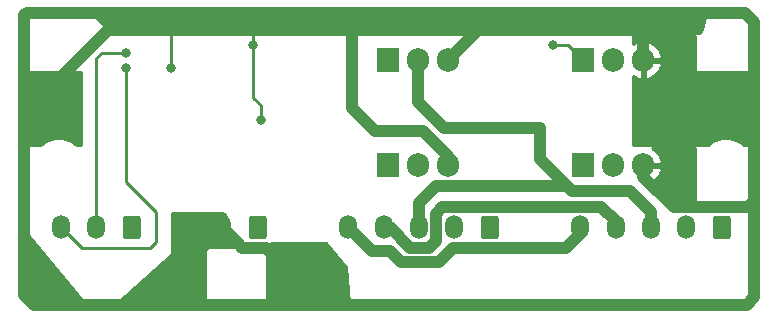
<source format=gbl>
%TF.GenerationSoftware,KiCad,Pcbnew,5.1.7*%
%TF.CreationDate,2020-11-17T16:44:46+01:00*%
%TF.ProjectId,pca9632_led_controller,70636139-3633-4325-9f6c-65645f636f6e,rev?*%
%TF.SameCoordinates,Original*%
%TF.FileFunction,Copper,L2,Bot*%
%TF.FilePolarity,Positive*%
%FSLAX46Y46*%
G04 Gerber Fmt 4.6, Leading zero omitted, Abs format (unit mm)*
G04 Created by KiCad (PCBNEW 5.1.7) date 2020-11-17 16:44:46*
%MOMM*%
%LPD*%
G01*
G04 APERTURE LIST*
%TA.AperFunction,ComponentPad*%
%ADD10O,1.905000X2.000000*%
%TD*%
%TA.AperFunction,ComponentPad*%
%ADD11R,1.905000X2.000000*%
%TD*%
%TA.AperFunction,ComponentPad*%
%ADD12O,1.500000X2.020000*%
%TD*%
%TA.AperFunction,ViaPad*%
%ADD13C,0.800000*%
%TD*%
%TA.AperFunction,Conductor*%
%ADD14C,0.250000*%
%TD*%
%TA.AperFunction,Conductor*%
%ADD15C,1.000000*%
%TD*%
%TA.AperFunction,Conductor*%
%ADD16C,0.254000*%
%TD*%
%TA.AperFunction,Conductor*%
%ADD17C,0.100000*%
%TD*%
G04 APERTURE END LIST*
D10*
%TO.P,Q4,3*%
%TO.N,GND*%
X120015000Y-92050000D03*
%TO.P,Q4,2*%
%TO.N,Net-(J3-Pad5)*%
X117475000Y-92050000D03*
D11*
%TO.P,Q4,1*%
%TO.N,Net-(Q4-Pad1)*%
X114935000Y-92050000D03*
%TD*%
D10*
%TO.P,Q3,3*%
%TO.N,GND*%
X120015000Y-83160000D03*
%TO.P,Q3,2*%
%TO.N,Net-(J3-Pad4)*%
X117475000Y-83160000D03*
D11*
%TO.P,Q3,1*%
%TO.N,Net-(Q3-Pad1)*%
X114935000Y-83160000D03*
%TD*%
D10*
%TO.P,Q2,3*%
%TO.N,GND*%
X103505000Y-83160000D03*
%TO.P,Q2,2*%
%TO.N,Net-(J3-Pad3)*%
X100965000Y-83160000D03*
D11*
%TO.P,Q2,1*%
%TO.N,Net-(Q2-Pad1)*%
X98425000Y-83160000D03*
%TD*%
D10*
%TO.P,Q1,3*%
%TO.N,GND*%
X103505000Y-92050000D03*
%TO.P,Q1,2*%
%TO.N,Net-(J3-Pad2)*%
X100965000Y-92050000D03*
D11*
%TO.P,Q1,1*%
%TO.N,Net-(Q1-Pad1)*%
X98425000Y-92050000D03*
%TD*%
D12*
%TO.P,J4,5*%
%TO.N,Net-(J3-Pad5)*%
X114675000Y-97325000D03*
%TO.P,J4,4*%
%TO.N,Net-(J3-Pad4)*%
X117675000Y-97325000D03*
%TO.P,J4,3*%
%TO.N,Net-(J3-Pad3)*%
X120675000Y-97325000D03*
%TO.P,J4,2*%
%TO.N,Net-(J3-Pad2)*%
X123675000Y-97325000D03*
%TO.P,J4,1*%
%TO.N,VDD*%
%TA.AperFunction,ComponentPad*%
G36*
G01*
X127425000Y-96565000D02*
X127425000Y-98085000D01*
G75*
G02*
X127175000Y-98335000I-250000J0D01*
G01*
X126175000Y-98335000D01*
G75*
G02*
X125925000Y-98085000I0J250000D01*
G01*
X125925000Y-96565000D01*
G75*
G02*
X126175000Y-96315000I250000J0D01*
G01*
X127175000Y-96315000D01*
G75*
G02*
X127425000Y-96565000I0J-250000D01*
G01*
G37*
%TD.AperFunction*%
%TD*%
%TO.P,J3,5*%
%TO.N,Net-(J3-Pad5)*%
X95025000Y-97325000D03*
%TO.P,J3,4*%
%TO.N,Net-(J3-Pad4)*%
X98025000Y-97325000D03*
%TO.P,J3,3*%
%TO.N,Net-(J3-Pad3)*%
X101025000Y-97325000D03*
%TO.P,J3,2*%
%TO.N,Net-(J3-Pad2)*%
X104025000Y-97325000D03*
%TO.P,J3,1*%
%TO.N,VDD*%
%TA.AperFunction,ComponentPad*%
G36*
G01*
X107775000Y-96565000D02*
X107775000Y-98085000D01*
G75*
G02*
X107525000Y-98335000I-250000J0D01*
G01*
X106525000Y-98335000D01*
G75*
G02*
X106275000Y-98085000I0J250000D01*
G01*
X106275000Y-96565000D01*
G75*
G02*
X106525000Y-96315000I250000J0D01*
G01*
X107525000Y-96315000D01*
G75*
G02*
X107775000Y-96565000I0J-250000D01*
G01*
G37*
%TD.AperFunction*%
%TD*%
%TO.P,J2,2*%
%TO.N,GND*%
X84375000Y-97325000D03*
%TO.P,J2,1*%
%TO.N,VDD*%
%TA.AperFunction,ComponentPad*%
G36*
G01*
X88125000Y-96565000D02*
X88125000Y-98085000D01*
G75*
G02*
X87875000Y-98335000I-250000J0D01*
G01*
X86875000Y-98335000D01*
G75*
G02*
X86625000Y-98085000I0J250000D01*
G01*
X86625000Y-96565000D01*
G75*
G02*
X86875000Y-96315000I250000J0D01*
G01*
X87875000Y-96315000D01*
G75*
G02*
X88125000Y-96565000I0J-250000D01*
G01*
G37*
%TD.AperFunction*%
%TD*%
%TO.P,J1,3*%
%TO.N,Net-(J1-Pad3)*%
X70725000Y-97325000D03*
%TO.P,J1,2*%
%TO.N,Net-(J1-Pad2)*%
X73725000Y-97325000D03*
%TO.P,J1,1*%
%TO.N,+5V*%
%TA.AperFunction,ComponentPad*%
G36*
G01*
X77475000Y-96565000D02*
X77475000Y-98085000D01*
G75*
G02*
X77225000Y-98335000I-250000J0D01*
G01*
X76225000Y-98335000D01*
G75*
G02*
X75975000Y-98085000I0J250000D01*
G01*
X75975000Y-96565000D01*
G75*
G02*
X76225000Y-96315000I250000J0D01*
G01*
X77225000Y-96315000D01*
G75*
G02*
X77475000Y-96565000I0J-250000D01*
G01*
G37*
%TD.AperFunction*%
%TD*%
D13*
%TO.N,Net-(J1-Pad3)*%
X76200000Y-83795000D03*
%TO.N,Net-(J1-Pad2)*%
X76200000Y-82525000D03*
%TO.N,GND*%
X80010000Y-83795000D03*
X87630000Y-88240000D03*
X86995000Y-81890000D03*
%TO.N,Net-(Q3-Pad1)*%
X112395000Y-81890000D03*
%TD*%
D14*
%TO.N,Net-(J1-Pad3)*%
X76200000Y-83795000D02*
X76200000Y-93472000D01*
X76200000Y-93472000D02*
X78740000Y-96012000D01*
X78740000Y-96012000D02*
X78740000Y-98552000D01*
X78740000Y-98552000D02*
X78232000Y-99060000D01*
X72460000Y-99060000D02*
X70725000Y-97325000D01*
X78232000Y-99060000D02*
X72460000Y-99060000D01*
%TO.N,Net-(J1-Pad2)*%
X76200000Y-82525000D02*
X74193000Y-82525000D01*
X73725000Y-82993000D02*
X73725000Y-84901000D01*
X74193000Y-82525000D02*
X73725000Y-82993000D01*
X73725000Y-84901000D02*
X73725000Y-97325000D01*
D15*
%TO.N,GND*%
X106045000Y-80620000D02*
X103505000Y-83160000D01*
X120015000Y-81255000D02*
X119380000Y-80620000D01*
X120015000Y-83160000D02*
X120015000Y-81255000D01*
X107315000Y-80620000D02*
X106045000Y-80620000D01*
X119380000Y-80620000D02*
X107315000Y-80620000D01*
D14*
X86995000Y-80620000D02*
X86995000Y-81890000D01*
X87630000Y-88240000D02*
X87630000Y-86970000D01*
X86995000Y-86335000D02*
X86995000Y-81890000D01*
X87630000Y-86970000D02*
X86995000Y-86335000D01*
X80010000Y-83795000D02*
X80010000Y-80620000D01*
D15*
X80010000Y-80620000D02*
X86995000Y-80620000D01*
X119930000Y-80620000D02*
X119380000Y-80620000D01*
X119930000Y-80620000D02*
X121666000Y-80620000D01*
X84375000Y-97325000D02*
X83777000Y-97325000D01*
X83777000Y-97325000D02*
X82180010Y-98921990D01*
X103505000Y-92050000D02*
X103505000Y-91313000D01*
X103505000Y-91313000D02*
X101346000Y-89154000D01*
X101346000Y-89154000D02*
X97282000Y-89154000D01*
X95352000Y-87224000D02*
X95352000Y-80620000D01*
X97282000Y-89154000D02*
X95352000Y-87224000D01*
X95352000Y-80620000D02*
X107315000Y-80620000D01*
X86995000Y-80620000D02*
X95352000Y-80620000D01*
X120015000Y-92050000D02*
X120015000Y-93015000D01*
X128885010Y-95614990D02*
X129413000Y-95087000D01*
X122614990Y-95614990D02*
X128885010Y-95614990D01*
X120015000Y-93015000D02*
X122614990Y-95614990D01*
X129413000Y-79913000D02*
X129413000Y-89281000D01*
X128663422Y-79163422D02*
X129413000Y-79913000D01*
X129413000Y-89281000D02*
X129413000Y-95087000D01*
X122380000Y-80620000D02*
X123836578Y-79163422D01*
X121666000Y-80620000D02*
X122380000Y-80620000D01*
X67625010Y-79374990D02*
X67836578Y-79163422D01*
X125663422Y-79163422D02*
X128663422Y-79163422D01*
X123836578Y-79163422D02*
X125663422Y-79163422D01*
X75380000Y-80620000D02*
X75293156Y-80620000D01*
X75293156Y-80620000D02*
X73836578Y-79163422D01*
X73836578Y-79163422D02*
X125663422Y-79163422D01*
X67836578Y-79163422D02*
X73836578Y-79163422D01*
X75380000Y-80620000D02*
X80010000Y-80620000D01*
X70424873Y-84874990D02*
X74679863Y-80620000D01*
X74679863Y-80620000D02*
X75380000Y-80620000D01*
X67625010Y-84874990D02*
X70424873Y-84874990D01*
X67625010Y-84874990D02*
X67625010Y-79374990D01*
X68407021Y-103845001D02*
X67625010Y-103062990D01*
X129413000Y-103251000D02*
X128818999Y-103845001D01*
X129413000Y-102235000D02*
X129413000Y-103251000D01*
X67625010Y-103062990D02*
X67625010Y-84874990D01*
X129413000Y-102235000D02*
X129413000Y-95087000D01*
X84375000Y-97325000D02*
X81745000Y-97325000D01*
X79796999Y-103845001D02*
X68407021Y-103845001D01*
X81066999Y-103845001D02*
X81066999Y-100633001D01*
X81066999Y-103845001D02*
X79796999Y-103845001D01*
X86085010Y-99035010D02*
X88113010Y-99035010D01*
X88605001Y-99527001D02*
X88605001Y-103845001D01*
X88113010Y-99035010D02*
X88605001Y-99527001D01*
X88605001Y-103845001D02*
X81066999Y-103845001D01*
X128818999Y-103845001D02*
X88605001Y-103845001D01*
X83023000Y-98677000D02*
X82341000Y-99359000D01*
X85727000Y-98677000D02*
X83023000Y-98677000D01*
X82341000Y-99359000D02*
X84375000Y-97325000D01*
X81066999Y-100633001D02*
X82341000Y-99359000D01*
X84375000Y-97325000D02*
X85727000Y-98677000D01*
X85727000Y-98677000D02*
X86085010Y-99035010D01*
X84375000Y-97325000D02*
X84375000Y-96567000D01*
X84375000Y-96567000D02*
X84328000Y-96520000D01*
X84328000Y-96520000D02*
X82296000Y-96520000D01*
X82296000Y-96520000D02*
X81026000Y-97790000D01*
%TO.N,Net-(J3-Pad5)*%
X95025000Y-97325000D02*
X97014000Y-99314000D01*
X97014000Y-99314000D02*
X98552000Y-99314000D01*
X99473020Y-100235020D02*
X102710980Y-100235020D01*
X98552000Y-99314000D02*
X99473020Y-100235020D01*
X103910990Y-99035010D02*
X113513010Y-99035010D01*
X102710980Y-100235020D02*
X103910990Y-99035010D01*
X114675000Y-97873020D02*
X114675000Y-97325000D01*
X113513010Y-99035010D02*
X114675000Y-97873020D01*
%TO.N,Net-(J3-Pad4)*%
X103013010Y-95614990D02*
X116475010Y-95614990D01*
X102475010Y-96152990D02*
X103013010Y-95614990D01*
X102475010Y-98438990D02*
X102475010Y-96152990D01*
X101878990Y-99035010D02*
X102475010Y-98438990D01*
X100305010Y-99035010D02*
X101878990Y-99035010D01*
X98595000Y-97325000D02*
X100305010Y-99035010D01*
X98025000Y-97325000D02*
X98595000Y-97325000D01*
X117675000Y-96814980D02*
X116475010Y-95614990D01*
X117675000Y-97325000D02*
X117675000Y-96814980D01*
%TO.N,Net-(J3-Pad3)*%
X103124000Y-88900000D02*
X104902000Y-88900000D01*
X100965000Y-86741000D02*
X103124000Y-88900000D01*
X100965000Y-83160000D02*
X100965000Y-86741000D01*
X120675000Y-97325000D02*
X120675000Y-96037000D01*
X120675000Y-96037000D02*
X118872000Y-94234000D01*
X103124000Y-88900000D02*
X111300000Y-88900000D01*
X111300000Y-88900000D02*
X111300000Y-91518000D01*
X118872000Y-94234000D02*
X114016000Y-94234000D01*
X113641000Y-93859000D02*
X114016000Y-94234000D01*
X111300000Y-91518000D02*
X113641000Y-93859000D01*
X113582000Y-93800000D02*
X113641000Y-93859000D01*
X101025000Y-95211000D02*
X102436000Y-93800000D01*
X101025000Y-97325000D02*
X101025000Y-95211000D01*
X102436000Y-93800000D02*
X113582000Y-93800000D01*
D14*
%TO.N,Net-(Q3-Pad1)*%
X113665000Y-81890000D02*
X114935000Y-83160000D01*
X112395000Y-81890000D02*
X113665000Y-81890000D01*
%TD*%
D16*
%TO.N,GND*%
X124992607Y-80505940D02*
X124850890Y-80848075D01*
X124845932Y-80873000D01*
X112587432Y-80873000D01*
X112496939Y-80855000D01*
X112293061Y-80855000D01*
X112202568Y-80873000D01*
X75052606Y-80873000D01*
X73306606Y-79127000D01*
X125337342Y-79127000D01*
X124992607Y-80505940D01*
%TA.AperFunction,Conductor*%
D17*
G36*
X124992607Y-80505940D02*
G01*
X124850890Y-80848075D01*
X124845932Y-80873000D01*
X112587432Y-80873000D01*
X112496939Y-80855000D01*
X112293061Y-80855000D01*
X112202568Y-80873000D01*
X75052606Y-80873000D01*
X73306606Y-79127000D01*
X125337342Y-79127000D01*
X124992607Y-80505940D01*
G37*
%TD.AperFunction*%
%TD*%
D16*
%TO.N,GND*%
X124373000Y-88373000D02*
X119127000Y-88373000D01*
X119127000Y-84519052D01*
X119148077Y-84535969D01*
X119423906Y-84679571D01*
X119642020Y-84750563D01*
X119888000Y-84630594D01*
X119888000Y-83287000D01*
X120142000Y-83287000D01*
X120142000Y-84630594D01*
X120387980Y-84750563D01*
X120606094Y-84679571D01*
X120881923Y-84535969D01*
X121124437Y-84341315D01*
X121324316Y-84103089D01*
X121473879Y-83830446D01*
X121567378Y-83533863D01*
X121440570Y-83287000D01*
X120142000Y-83287000D01*
X119888000Y-83287000D01*
X119868000Y-83287000D01*
X119868000Y-83033000D01*
X119888000Y-83033000D01*
X119888000Y-81689406D01*
X120142000Y-81689406D01*
X120142000Y-83033000D01*
X121440570Y-83033000D01*
X121567378Y-82786137D01*
X121473879Y-82489554D01*
X121324316Y-82216911D01*
X121124437Y-81978685D01*
X120881923Y-81784031D01*
X120606094Y-81640429D01*
X120387980Y-81569437D01*
X120142000Y-81689406D01*
X119888000Y-81689406D01*
X119642020Y-81569437D01*
X119423906Y-81640429D01*
X119148077Y-81784031D01*
X119127000Y-81800948D01*
X119127000Y-81127000D01*
X124373000Y-81127000D01*
X124373000Y-88373000D01*
%TA.AperFunction,Conductor*%
D17*
G36*
X124373000Y-88373000D02*
G01*
X119127000Y-88373000D01*
X119127000Y-84519052D01*
X119148077Y-84535969D01*
X119423906Y-84679571D01*
X119642020Y-84750563D01*
X119888000Y-84630594D01*
X119888000Y-83287000D01*
X120142000Y-83287000D01*
X120142000Y-84630594D01*
X120387980Y-84750563D01*
X120606094Y-84679571D01*
X120881923Y-84535969D01*
X121124437Y-84341315D01*
X121324316Y-84103089D01*
X121473879Y-83830446D01*
X121567378Y-83533863D01*
X121440570Y-83287000D01*
X120142000Y-83287000D01*
X119888000Y-83287000D01*
X119868000Y-83287000D01*
X119868000Y-83033000D01*
X119888000Y-83033000D01*
X119888000Y-81689406D01*
X120142000Y-81689406D01*
X120142000Y-83033000D01*
X121440570Y-83033000D01*
X121567378Y-82786137D01*
X121473879Y-82489554D01*
X121324316Y-82216911D01*
X121124437Y-81978685D01*
X120881923Y-81784031D01*
X120606094Y-81640429D01*
X120387980Y-81569437D01*
X120142000Y-81689406D01*
X119888000Y-81689406D01*
X119642020Y-81569437D01*
X119423906Y-81640429D01*
X119148077Y-81784031D01*
X119127000Y-81800948D01*
X119127000Y-81127000D01*
X124373000Y-81127000D01*
X124373000Y-88373000D01*
G37*
%TD.AperFunction*%
%TD*%
D16*
%TO.N,GND*%
X128873000Y-90373000D02*
X128533767Y-90373000D01*
X128424729Y-90263962D01*
X128058669Y-90019369D01*
X127651925Y-89850890D01*
X127220128Y-89765000D01*
X126779872Y-89765000D01*
X126348075Y-89850890D01*
X125941331Y-90019369D01*
X125575271Y-90263962D01*
X125466233Y-90373000D01*
X119127000Y-90373000D01*
X119127000Y-84615978D01*
X119275778Y-84602453D01*
X119423906Y-84679571D01*
X119642020Y-84750563D01*
X119888000Y-84630594D01*
X119888000Y-84546796D01*
X120142000Y-84523705D01*
X120142000Y-84630594D01*
X120387980Y-84750563D01*
X120606094Y-84679571D01*
X120881923Y-84535969D01*
X120993662Y-84446281D01*
X124505756Y-84127000D01*
X128873000Y-84127000D01*
X128873000Y-90373000D01*
%TA.AperFunction,Conductor*%
D17*
G36*
X128873000Y-90373000D02*
G01*
X128533767Y-90373000D01*
X128424729Y-90263962D01*
X128058669Y-90019369D01*
X127651925Y-89850890D01*
X127220128Y-89765000D01*
X126779872Y-89765000D01*
X126348075Y-89850890D01*
X125941331Y-90019369D01*
X125575271Y-90263962D01*
X125466233Y-90373000D01*
X119127000Y-90373000D01*
X119127000Y-84615978D01*
X119275778Y-84602453D01*
X119423906Y-84679571D01*
X119642020Y-84750563D01*
X119888000Y-84630594D01*
X119888000Y-84546796D01*
X120142000Y-84523705D01*
X120142000Y-84630594D01*
X120387980Y-84750563D01*
X120606094Y-84679571D01*
X120881923Y-84535969D01*
X120993662Y-84446281D01*
X124505756Y-84127000D01*
X128873000Y-84127000D01*
X128873000Y-90373000D01*
G37*
%TD.AperFunction*%
%TD*%
D16*
%TO.N,GND*%
X124373000Y-95373000D02*
X122545980Y-95373000D01*
X120444845Y-93622054D01*
X120606094Y-93569571D01*
X120881923Y-93425969D01*
X121124437Y-93231315D01*
X121324316Y-92993089D01*
X121473879Y-92720446D01*
X121567378Y-92423863D01*
X121440570Y-92177000D01*
X120142000Y-92177000D01*
X120142000Y-92197000D01*
X119888000Y-92197000D01*
X119888000Y-92177000D01*
X119868000Y-92177000D01*
X119868000Y-91923000D01*
X119888000Y-91923000D01*
X119888000Y-91903000D01*
X120142000Y-91903000D01*
X120142000Y-91923000D01*
X121440570Y-91923000D01*
X121567378Y-91676137D01*
X121473879Y-91379554D01*
X121324316Y-91106911D01*
X121124437Y-90868685D01*
X120881923Y-90674031D01*
X120791586Y-90627000D01*
X124373000Y-90627000D01*
X124373000Y-95373000D01*
%TA.AperFunction,Conductor*%
D17*
G36*
X124373000Y-95373000D02*
G01*
X122545980Y-95373000D01*
X120444845Y-93622054D01*
X120606094Y-93569571D01*
X120881923Y-93425969D01*
X121124437Y-93231315D01*
X121324316Y-92993089D01*
X121473879Y-92720446D01*
X121567378Y-92423863D01*
X121440570Y-92177000D01*
X120142000Y-92177000D01*
X120142000Y-92197000D01*
X119888000Y-92197000D01*
X119888000Y-92177000D01*
X119868000Y-92177000D01*
X119868000Y-91923000D01*
X119888000Y-91923000D01*
X119888000Y-91903000D01*
X120142000Y-91903000D01*
X120142000Y-91923000D01*
X121440570Y-91923000D01*
X121567378Y-91676137D01*
X121473879Y-91379554D01*
X121324316Y-91106911D01*
X121124437Y-90868685D01*
X120881923Y-90674031D01*
X120791586Y-90627000D01*
X124373000Y-90627000D01*
X124373000Y-95373000D01*
G37*
%TD.AperFunction*%
%TD*%
D16*
%TO.N,GND*%
X72373000Y-90373000D02*
X72033767Y-90373000D01*
X71924729Y-90263962D01*
X71558669Y-90019369D01*
X71151925Y-89850890D01*
X70720128Y-89765000D01*
X70279872Y-89765000D01*
X69848075Y-89850890D01*
X69441331Y-90019369D01*
X69075271Y-90263962D01*
X68966233Y-90373000D01*
X68127000Y-90373000D01*
X68127000Y-84127000D01*
X72373000Y-84127000D01*
X72373000Y-90373000D01*
%TA.AperFunction,Conductor*%
D17*
G36*
X72373000Y-90373000D02*
G01*
X72033767Y-90373000D01*
X71924729Y-90263962D01*
X71558669Y-90019369D01*
X71151925Y-89850890D01*
X70720128Y-89765000D01*
X70279872Y-89765000D01*
X69848075Y-89850890D01*
X69441331Y-90019369D01*
X69075271Y-90263962D01*
X68966233Y-90373000D01*
X68127000Y-90373000D01*
X68127000Y-84127000D01*
X72373000Y-84127000D01*
X72373000Y-90373000D01*
G37*
%TD.AperFunction*%
%TD*%
D16*
%TO.N,GND*%
X83293972Y-96189939D02*
X83144028Y-96417651D01*
X83041389Y-96670240D01*
X82990000Y-96938000D01*
X82990000Y-97198000D01*
X84248000Y-97198000D01*
X84248000Y-97178000D01*
X84502000Y-97178000D01*
X84502000Y-97198000D01*
X84522000Y-97198000D01*
X84522000Y-97452000D01*
X84502000Y-97452000D01*
X84502000Y-97472000D01*
X84248000Y-97472000D01*
X84248000Y-97452000D01*
X82990000Y-97452000D01*
X82990000Y-97712000D01*
X83041389Y-97979760D01*
X83144028Y-98232349D01*
X83293972Y-98460061D01*
X83485460Y-98654145D01*
X83711132Y-98807142D01*
X83867147Y-98873000D01*
X83000000Y-98873000D01*
X82975224Y-98875440D01*
X82951399Y-98882667D01*
X82929443Y-98894403D01*
X82910197Y-98910197D01*
X82894403Y-98929443D01*
X82882667Y-98951399D01*
X82875440Y-98975224D01*
X82873000Y-99000000D01*
X82873000Y-103873000D01*
X75330957Y-103873000D01*
X80084959Y-99594398D01*
X80101742Y-99576010D01*
X80114616Y-99554700D01*
X80123085Y-99531289D01*
X80127000Y-99500000D01*
X80127000Y-96127000D01*
X83356069Y-96127000D01*
X83293972Y-96189939D01*
%TA.AperFunction,Conductor*%
D17*
G36*
X83293972Y-96189939D02*
G01*
X83144028Y-96417651D01*
X83041389Y-96670240D01*
X82990000Y-96938000D01*
X82990000Y-97198000D01*
X84248000Y-97198000D01*
X84248000Y-97178000D01*
X84502000Y-97178000D01*
X84502000Y-97198000D01*
X84522000Y-97198000D01*
X84522000Y-97452000D01*
X84502000Y-97452000D01*
X84502000Y-97472000D01*
X84248000Y-97472000D01*
X84248000Y-97452000D01*
X82990000Y-97452000D01*
X82990000Y-97712000D01*
X83041389Y-97979760D01*
X83144028Y-98232349D01*
X83293972Y-98460061D01*
X83485460Y-98654145D01*
X83711132Y-98807142D01*
X83867147Y-98873000D01*
X83000000Y-98873000D01*
X82975224Y-98875440D01*
X82951399Y-98882667D01*
X82929443Y-98894403D01*
X82910197Y-98910197D01*
X82894403Y-98929443D01*
X82882667Y-98951399D01*
X82875440Y-98975224D01*
X82873000Y-99000000D01*
X82873000Y-103873000D01*
X75330957Y-103873000D01*
X80084959Y-99594398D01*
X80101742Y-99576010D01*
X80114616Y-99554700D01*
X80123085Y-99531289D01*
X80127000Y-99500000D01*
X80127000Y-96127000D01*
X83356069Y-96127000D01*
X83293972Y-96189939D01*
G37*
%TD.AperFunction*%
%TD*%
D16*
%TO.N,GND*%
X72883326Y-104013000D02*
X68387039Y-104013000D01*
X67560000Y-102979202D01*
X67560000Y-97532430D01*
X72883326Y-104013000D01*
%TA.AperFunction,Conductor*%
D17*
G36*
X72883326Y-104013000D02*
G01*
X68387039Y-104013000D01*
X67560000Y-102979202D01*
X67560000Y-97532430D01*
X72883326Y-104013000D01*
G37*
%TD.AperFunction*%
%TD*%
D16*
%TO.N,GND*%
X94872613Y-100635847D02*
X95112856Y-103759000D01*
X88265000Y-103759000D01*
X88265000Y-98878666D01*
X88368386Y-98823405D01*
X88502962Y-98712962D01*
X88530834Y-98679000D01*
X93160372Y-98679000D01*
X94872613Y-100635847D01*
%TA.AperFunction,Conductor*%
D17*
G36*
X94872613Y-100635847D02*
G01*
X95112856Y-103759000D01*
X88265000Y-103759000D01*
X88265000Y-98878666D01*
X88368386Y-98823405D01*
X88502962Y-98712962D01*
X88530834Y-98679000D01*
X93160372Y-98679000D01*
X94872613Y-100635847D01*
G37*
%TD.AperFunction*%
%TD*%
M02*

</source>
